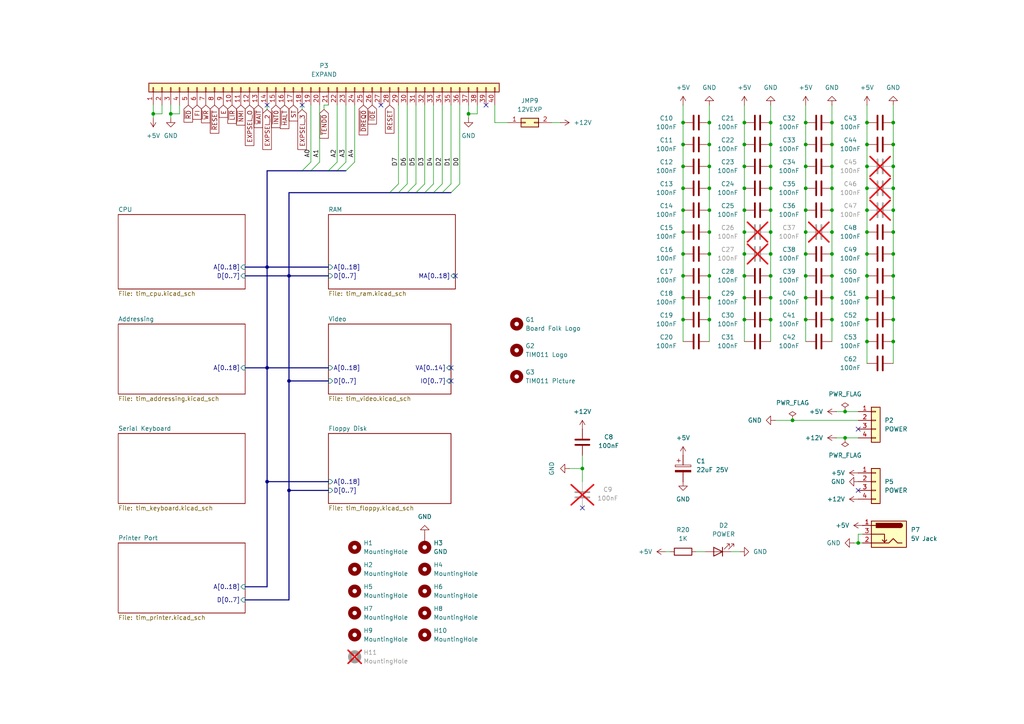
<source format=kicad_sch>
(kicad_sch (version 20231120) (generator "eeschema") (generator_version "8.0")
  (paper "A4")
  (lib_symbols
    (symbol "Connector:Barrel_Jack_Switch" (pin_names hide)
      (property "Reference" "J" (at 0 5.334 0))
      (property "Value" "Barrel_Jack_Switch" (at 0 -5.08 0))
      (symbol "Barrel_Jack_Switch_1_1"
        (pin passive line (at 7.62 2.54 180) (length 2.54) (name "~") (number "1"))
        (pin passive line (at 7.62 -2.54 180) (length 2.54) (name "~") (number "2"))
        (pin passive line (at 7.62 0 180) (length 2.54) (name "~") (number "3"))
      )
    )
    (symbol "Connector_Generic:Conn_01x04" (pin_names (offset 1.016) hide)
      (property "Reference" "J" (at 0 5.08 0))
      (property "Value" "Conn_01x04" (at 0 -7.62 0))
      (symbol "Conn_01x04_1_1"
        (pin passive line (at -5.08 2.54 0) (length 3.81) (name "Pin_1") (number "1"))
        (pin passive line (at -5.08 0 0) (length 3.81) (name "Pin_2") (number "2"))
        (pin passive line (at -5.08 -2.54 0) (length 3.81) (name "Pin_3") (number "3"))
        (pin passive line (at -5.08 -5.08 0) (length 3.81) (name "Pin_4") (number "4"))
      )
    )
    (symbol "Connector_Generic:Conn_01x40" (pin_names (offset 1.016) hide)
      (property "Reference" "J" (at 0 50.8 0))
      (property "Value" "Conn_01x40" (at 0 -53.34 0))
      (symbol "Conn_01x40_1_1"
        (pin passive line (at -5.08 48.26 0) (length 3.81) (name "Pin_1") (number "1"))
        (pin passive line (at -5.08 25.4 0) (length 3.81) (name "Pin_10") (number "10"))
        (pin passive line (at -5.08 22.86 0) (length 3.81) (name "Pin_11") (number "11"))
        (pin passive line (at -5.08 20.32 0) (length 3.81) (name "Pin_12") (number "12"))
        (pin passive line (at -5.08 17.78 0) (length 3.81) (name "Pin_13") (number "13"))
        (pin passive line (at -5.08 15.24 0) (length 3.81) (name "Pin_14") (number "14"))
        (pin passive line (at -5.08 12.7 0) (length 3.81) (name "Pin_15") (number "15"))
        (pin passive line (at -5.08 10.16 0) (length 3.81) (name "Pin_16") (number "16"))
        (pin passive line (at -5.08 7.62 0) (length 3.81) (name "Pin_17") (number "17"))
        (pin passive line (at -5.08 5.08 0) (length 3.81) (name "Pin_18") (number "18"))
        (pin passive line (at -5.08 2.54 0) (length 3.81) (name "Pin_19") (number "19"))
        (pin passive line (at -5.08 45.72 0) (length 3.81) (name "Pin_2") (number "2"))
        (pin passive line (at -5.08 0 0) (length 3.81) (name "Pin_20") (number "20"))
        (pin passive line (at -5.08 -2.54 0) (length 3.81) (name "Pin_21") (number "21"))
        (pin passive line (at -5.08 -5.08 0) (length 3.81) (name "Pin_22") (number "22"))
        (pin passive line (at -5.08 -7.62 0) (length 3.81) (name "Pin_23") (number "23"))
        (pin passive line (at -5.08 -10.16 0) (length 3.81) (name "Pin_24") (number "24"))
        (pin passive line (at -5.08 -12.7 0) (length 3.81) (name "Pin_25") (number "25"))
        (pin passive line (at -5.08 -15.24 0) (length 3.81) (name "Pin_26") (number "26"))
        (pin passive line (at -5.08 -17.78 0) (length 3.81) (name "Pin_27") (number "27"))
        (pin passive line (at -5.08 -20.32 0) (length 3.81) (name "Pin_28") (number "28"))
        (pin passive line (at -5.08 -22.86 0) (length 3.81) (name "Pin_29") (number "29"))
        (pin passive line (at -5.08 43.18 0) (length 3.81) (name "Pin_3") (number "3"))
        (pin passive line (at -5.08 -25.4 0) (length 3.81) (name "Pin_30") (number "30"))
        (pin passive line (at -5.08 -27.94 0) (length 3.81) (name "Pin_31") (number "31"))
        (pin passive line (at -5.08 -30.48 0) (length 3.81) (name "Pin_32") (number "32"))
        (pin passive line (at -5.08 -33.02 0) (length 3.81) (name "Pin_33") (number "33"))
        (pin passive line (at -5.08 -35.56 0) (length 3.81) (name "Pin_34") (number "34"))
        (pin passive line (at -5.08 -38.1 0) (length 3.81) (name "Pin_35") (number "35"))
        (pin passive line (at -5.08 -40.64 0) (length 3.81) (name "Pin_36") (number "36"))
        (pin passive line (at -5.08 -43.18 0) (length 3.81) (name "Pin_37") (number "37"))
        (pin passive line (at -5.08 -45.72 0) (length 3.81) (name "Pin_38") (number "38"))
        (pin passive line (at -5.08 -48.26 0) (length 3.81) (name "Pin_39") (number "39"))
        (pin passive line (at -5.08 40.64 0) (length 3.81) (name "Pin_4") (number "4"))
        (pin passive line (at -5.08 -50.8 0) (length 3.81) (name "Pin_40") (number "40"))
        (pin passive line (at -5.08 38.1 0) (length 3.81) (name "Pin_5") (number "5"))
        (pin passive line (at -5.08 35.56 0) (length 3.81) (name "Pin_6") (number "6"))
        (pin passive line (at -5.08 33.02 0) (length 3.81) (name "Pin_7") (number "7"))
        (pin passive line (at -5.08 30.48 0) (length 3.81) (name "Pin_8") (number "8"))
        (pin passive line (at -5.08 27.94 0) (length 3.81) (name "Pin_9") (number "9"))
      )
    )
    (symbol "Connector_Generic:Conn_02x01" (pin_names (offset 1.016) hide)
      (property "Reference" "J" (at 1.27 2.54 0))
      (property "Value" "Conn_02x01" (at 1.27 -2.54 0))
      (symbol "Conn_02x01_1_1"
        (pin passive line (at -5.08 0 0) (length 3.81) (name "Pin_1") (number "1"))
        (pin passive line (at 7.62 0 180) (length 3.81) (name "Pin_2") (number "2"))
      )
    )
    (symbol "Device:C" (pin_numbers hide) (pin_names (offset 0.254))
      (property "Reference" "C" (at 0.635 2.54 0))
      (property "Value" "C" (at 0.635 -2.54 0))
      (symbol "C_1_1"
        (pin passive line (at 0 3.81 270) (length 2.794) (name "~") (number "1"))
        (pin passive line (at 0 -3.81 90) (length 2.794) (name "~") (number "2"))
      )
    )
    (symbol "Device:C_Polarized" (pin_numbers hide) (pin_names (offset 0.254))
      (property "Reference" "C" (at 0.635 2.54 0))
      (property "Value" "C_Polarized" (at 0.635 -2.54 0))
      (symbol "C_Polarized_1_1"
        (pin passive line (at 0 3.81 270) (length 2.794) (name "~") (number "1"))
        (pin passive line (at 0 -3.81 90) (length 2.794) (name "~") (number "2"))
      )
    )
    (symbol "Device:LED" (pin_numbers hide) (pin_names (offset 1.016) hide)
      (property "Reference" "D" (at 0 2.54 0))
      (property "Value" "LED" (at 0 -2.54 0))
      (symbol "LED_1_1"
        (pin passive line (at -3.81 0 0) (length 2.54) (name "K") (number "1"))
        (pin passive line (at 3.81 0 180) (length 2.54) (name "A") (number "2"))
      )
    )
    (symbol "Device:R" (pin_numbers hide) (pin_names (offset 0))
      (property "Reference" "R" (at 2.032 0 90))
      (property "Value" "R" (at 0 0 90))
      (symbol "R_1_1"
        (pin passive line (at 0 3.81 270) (length 1.27) (name "~") (number "1"))
        (pin passive line (at 0 -3.81 90) (length 1.27) (name "~") (number "2"))
      )
    )
    (symbol "Mechanical:MountingHole" (pin_names (offset 1.016)) (exclude_from_sim yes) (in_bom no)
      (property "Reference" "H" (at 0 5.08 0))
      (property "Value" "MountingHole" (at 0 3.175 0))
    )
    (symbol "Mechanical:MountingHole_Pad" (pin_numbers hide) (pin_names (offset 1.016) hide) (exclude_from_sim yes) (in_bom no)
      (property "Reference" "H" (at 0 6.35 0))
      (property "Value" "MountingHole_Pad" (at 0 4.445 0))
      (symbol "MountingHole_Pad_1_1"
        (pin input line (at 0 -2.54 90) (length 2.54) (name "1") (number "1"))
      )
    )
    (symbol "power:+12V" (power) (pin_numbers hide) (pin_names (offset 0) hide)
      (property "Value" "+12V" (at 0 3.556 0))
      (symbol "+12V_1_1"
        (pin power_in line (at 0 0 90) (length 0) (name "~") (number "1"))
      )
    )
    (symbol "power:+5V" (power) (pin_numbers hide) (pin_names (offset 0) hide)
      (property "Value" "+5V" (at 0 3.556 0))
      (symbol "+5V_1_1"
        (pin power_in line (at 0 0 90) (length 0) (name "~") (number "1"))
      )
    )
    (symbol "power:GND" (power) (pin_numbers hide) (pin_names (offset 0) hide)
      (property "Value" "GND" (at 0 -3.81 0))
      (symbol "GND_1_1"
        (pin power_in line (at 0 0 270) (length 0) (name "~") (number "1"))
      )
    )
    (symbol "power:PWR_FLAG" (power) (pin_numbers hide) (pin_names (offset 0) hide)
      (property "Value" "PWR_FLAG" (at 0 3.81 0))
      (symbol "PWR_FLAG_0_0"
        (pin power_out line (at 0 0 90) (length 0) (name "~") (number "1"))
      )
    )
  )
  (junction (at 233.68 80.01))
  (junction (at 229.87 121.92))
  (junction (at 205.74 67.31))
  (junction (at 259.08 86.36))
  (junction (at 259.08 99.06))
  (junction (at 251.46 86.36))
  (junction (at 198.12 80.01))
  (junction (at 233.68 35.56))
  (junction (at 83.82 110.49))
  (junction (at 198.12 73.66))
  (junction (at 241.3 73.66))
  (junction (at 241.3 67.31))
  (junction (at 251.46 60.96))
  (junction (at 241.3 48.26))
  (junction (at 233.68 73.66))
  (junction (at 233.68 86.36))
  (junction (at 251.46 67.31))
  (junction (at 215.9 41.91))
  (junction (at 259.08 60.96))
  (junction (at 223.52 80.01))
  (junction (at 251.46 80.01))
  (junction (at 205.74 41.91))
  (junction (at 251.46 54.61))
  (junction (at 223.52 86.36))
  (junction (at 248.92 157.48))
  (junction (at 205.74 35.56))
  (junction (at 135.89 33.02))
  (junction (at 83.82 142.24))
  (junction (at 259.08 67.31))
  (junction (at 49.53 33.02))
  (junction (at 215.9 48.26))
  (junction (at 245.11 127))
  (junction (at 259.08 92.71))
  (junction (at 215.9 67.31))
  (junction (at 205.74 86.36))
  (junction (at 198.12 60.96))
  (junction (at 259.08 80.01))
  (junction (at 198.12 67.31))
  (junction (at 223.52 35.56))
  (junction (at 223.52 67.31))
  (junction (at 251.46 41.91))
  (junction (at 241.3 92.71))
  (junction (at 215.9 92.71))
  (junction (at 44.45 33.02))
  (junction (at 241.3 60.96))
  (junction (at 233.68 92.71))
  (junction (at 233.68 54.61))
  (junction (at 233.68 60.96))
  (junction (at 205.74 73.66))
  (junction (at 215.9 73.66))
  (junction (at 251.46 92.71))
  (junction (at 215.9 80.01))
  (junction (at 215.9 86.36))
  (junction (at 168.91 135.89))
  (junction (at 198.12 35.56))
  (junction (at 205.74 48.26))
  (junction (at 259.08 54.61))
  (junction (at 223.52 41.91))
  (junction (at 245.11 119.38))
  (junction (at 259.08 73.66))
  (junction (at 215.9 54.61))
  (junction (at 233.68 48.26))
  (junction (at 251.46 48.26))
  (junction (at 233.68 41.91))
  (junction (at 223.52 92.71))
  (junction (at 198.12 54.61))
  (junction (at 205.74 92.71))
  (junction (at 241.3 54.61))
  (junction (at 205.74 54.61))
  (junction (at 215.9 35.56))
  (junction (at 198.12 92.71))
  (junction (at 205.74 80.01))
  (junction (at 223.52 54.61))
  (junction (at 241.3 35.56))
  (junction (at 77.47 106.68))
  (junction (at 223.52 48.26))
  (junction (at 198.12 48.26))
  (junction (at 259.08 35.56))
  (junction (at 77.47 77.47))
  (junction (at 241.3 86.36))
  (junction (at 251.46 35.56))
  (junction (at 77.47 139.7))
  (junction (at 251.46 73.66))
  (junction (at 198.12 41.91))
  (junction (at 215.9 60.96))
  (junction (at 223.52 60.96))
  (junction (at 83.82 80.01))
  (junction (at 259.08 41.91))
  (junction (at 251.46 99.06))
  (junction (at 241.3 41.91))
  (junction (at 223.52 73.66))
  (junction (at 198.12 86.36))
  (junction (at 241.3 80.01))
  (junction (at 205.74 60.96))
  (junction (at 259.08 48.26))
  (junction (at 233.68 67.31))
  (no_connect (at 110.49 30.48))
  (no_connect (at 140.97 30.48))
  (no_connect (at 132.08 80.01))
  (no_connect (at 248.92 124.46))
  (no_connect (at 168.91 147.32))
  (no_connect (at 130.81 110.49))
  (no_connect (at 77.47 30.48))
  (no_connect (at 248.92 142.24))
  (no_connect (at 130.81 106.68))
  (no_connect (at 87.63 30.48))
  (bus_entry (at 87.63 49.53) (size 2.54 -2.54))
  (bus_entry (at 90.17 49.53) (size 2.54 -2.54))
  (bus_entry (at 120.65 55.88) (size 2.54 -2.54))
  (bus_entry (at 97.79 49.53) (size 2.54 -2.54))
  (bus_entry (at 128.27 55.88) (size 2.54 -2.54))
  (bus_entry (at 125.73 55.88) (size 2.54 -2.54))
  (bus_entry (at 100.33 49.53) (size 2.54 -2.54))
  (bus_entry (at 118.11 55.88) (size 2.54 -2.54))
  (bus_entry (at 113.03 55.88) (size 2.54 -2.54))
  (bus_entry (at 130.81 55.88) (size 2.54 -2.54))
  (bus_entry (at 123.19 55.88) (size 2.54 -2.54))
  (bus_entry (at 115.57 55.88) (size 2.54 -2.54))
  (bus_entry (at 95.25 49.53) (size 2.54 -2.54))
  (wire (pts (xy 233.68 80.01) (xy 233.68 86.36)))
  (wire (pts (xy 198.12 67.31) (xy 198.12 73.66)))
  (wire (pts (xy 205.74 92.71) (xy 205.74 99.06)))
  (bus (pts (xy 77.47 49.53) (xy 87.63 49.53)))
  (bus (pts (xy 128.27 55.88) (xy 130.81 55.88)))
  (wire (pts (xy 205.74 41.91) (xy 205.74 48.26)))
  (wire (pts (xy 205.74 67.31) (xy 205.74 73.66)))
  (wire (pts (xy 251.46 30.48) (xy 251.46 35.56)))
  (wire (pts (xy 77.47 31.75) (xy 77.47 30.48)))
  (wire (pts (xy 205.74 86.36) (xy 205.74 92.71)))
  (wire (pts (xy 245.11 127) (xy 248.92 127)))
  (wire (pts (xy 198.12 73.66) (xy 198.12 80.01)))
  (bus (pts (xy 118.11 55.88) (xy 120.65 55.88)))
  (wire (pts (xy 242.57 127) (xy 245.11 127)))
  (bus (pts (xy 95.25 49.53) (xy 97.79 49.53)))
  (wire (pts (xy 135.89 34.29) (xy 135.89 33.02)))
  (wire (pts (xy 251.46 92.71) (xy 251.46 99.06)))
  (bus (pts (xy 77.47 170.18) (xy 71.12 170.18)))
  (wire (pts (xy 259.08 92.71) (xy 259.08 99.06)))
  (wire (pts (xy 138.43 33.02) (xy 138.43 30.48)))
  (wire (pts (xy 198.12 80.01) (xy 198.12 86.36)))
  (wire (pts (xy 205.74 73.66) (xy 205.74 80.01)))
  (wire (pts (xy 135.89 33.02) (xy 135.89 30.48)))
  (bus (pts (xy 71.12 77.47) (xy 77.47 77.47)))
  (bus (pts (xy 95.25 139.7) (xy 77.47 139.7)))
  (wire (pts (xy 102.87 30.48) (xy 102.87 46.99)))
  (wire (pts (xy 214.63 160.02) (xy 212.09 160.02)))
  (wire (pts (xy 233.68 41.91) (xy 233.68 48.26)))
  (wire (pts (xy 198.12 35.56) (xy 198.12 41.91)))
  (wire (pts (xy 143.51 30.48) (xy 143.51 35.56)))
  (wire (pts (xy 233.68 86.36) (xy 233.68 92.71)))
  (wire (pts (xy 215.9 30.48) (xy 215.9 35.56)))
  (wire (pts (xy 215.9 80.01) (xy 215.9 86.36)))
  (bus (pts (xy 90.17 49.53) (xy 95.25 49.53)))
  (wire (pts (xy 215.9 86.36) (xy 215.9 92.71)))
  (wire (pts (xy 215.9 67.31) (xy 215.9 73.66)))
  (wire (pts (xy 223.52 30.48) (xy 223.52 35.56)))
  (wire (pts (xy 168.91 135.89) (xy 168.91 132.08)))
  (wire (pts (xy 251.46 48.26) (xy 251.46 54.61)))
  (wire (pts (xy 241.3 92.71) (xy 241.3 99.06)))
  (wire (pts (xy 143.51 35.56) (xy 147.32 35.56)))
  (wire (pts (xy 215.9 35.56) (xy 215.9 41.91)))
  (wire (pts (xy 233.68 48.26) (xy 233.68 54.61)))
  (wire (pts (xy 251.46 67.31) (xy 251.46 73.66)))
  (wire (pts (xy 49.53 34.29) (xy 49.53 33.02)))
  (wire (pts (xy 198.12 60.96) (xy 198.12 67.31)))
  (wire (pts (xy 115.57 30.48) (xy 115.57 53.34)))
  (wire (pts (xy 251.46 41.91) (xy 251.46 48.26)))
  (wire (pts (xy 87.63 31.75) (xy 87.63 30.48)))
  (wire (pts (xy 248.92 157.48) (xy 250.19 157.48)))
  (bus (pts (xy 83.82 80.01) (xy 95.25 80.01)))
  (wire (pts (xy 251.46 73.66) (xy 251.46 80.01)))
  (wire (pts (xy 250.19 154.94) (xy 248.92 154.94)))
  (wire (pts (xy 241.3 73.66) (xy 241.3 80.01)))
  (wire (pts (xy 259.08 30.48) (xy 259.08 35.56)))
  (wire (pts (xy 93.98 31.75) (xy 93.98 30.48)))
  (wire (pts (xy 92.71 30.48) (xy 92.71 46.99)))
  (wire (pts (xy 241.3 54.61) (xy 241.3 60.96)))
  (wire (pts (xy 160.02 35.56) (xy 162.56 35.56)))
  (bus (pts (xy 83.82 80.01) (xy 83.82 110.49)))
  (wire (pts (xy 198.12 48.26) (xy 198.12 54.61)))
  (wire (pts (xy 205.74 48.26) (xy 205.74 54.61)))
  (wire (pts (xy 205.74 80.01) (xy 205.74 86.36)))
  (bus (pts (xy 87.63 49.53) (xy 90.17 49.53)))
  (wire (pts (xy 193.04 160.02) (xy 194.31 160.02)))
  (wire (pts (xy 133.35 30.48) (xy 133.35 53.34)))
  (wire (pts (xy 233.68 60.96) (xy 233.68 67.31)))
  (wire (pts (xy 198.12 86.36) (xy 198.12 92.71)))
  (wire (pts (xy 241.3 48.26) (xy 241.3 54.61)))
  (wire (pts (xy 233.68 73.66) (xy 233.68 80.01)))
  (wire (pts (xy 233.68 67.31) (xy 233.68 73.66)))
  (wire (pts (xy 100.33 30.48) (xy 100.33 46.99)))
  (wire (pts (xy 229.87 121.92) (xy 248.92 121.92)))
  (wire (pts (xy 241.3 30.48) (xy 241.3 35.56)))
  (wire (pts (xy 223.52 80.01) (xy 223.52 86.36)))
  (wire (pts (xy 118.11 30.48) (xy 118.11 53.34)))
  (wire (pts (xy 46.99 33.02) (xy 46.99 30.48)))
  (bus (pts (xy 77.47 106.68) (xy 71.12 106.68)))
  (wire (pts (xy 259.08 86.36) (xy 259.08 92.71)))
  (wire (pts (xy 241.3 67.31) (xy 241.3 73.66)))
  (wire (pts (xy 251.46 54.61) (xy 251.46 60.96)))
  (wire (pts (xy 241.3 35.56) (xy 241.3 41.91)))
  (wire (pts (xy 223.52 73.66) (xy 223.52 80.01)))
  (bus (pts (xy 123.19 55.88) (xy 125.73 55.88)))
  (wire (pts (xy 93.98 30.48) (xy 95.25 30.48)))
  (wire (pts (xy 205.74 60.96) (xy 205.74 67.31)))
  (bus (pts (xy 83.82 110.49) (xy 95.25 110.49)))
  (wire (pts (xy 128.27 30.48) (xy 128.27 53.34)))
  (wire (pts (xy 245.11 119.38) (xy 248.92 119.38)))
  (wire (pts (xy 205.74 35.56) (xy 205.74 41.91)))
  (wire (pts (xy 241.3 86.36) (xy 241.3 92.71)))
  (bus (pts (xy 83.82 142.24) (xy 83.82 173.99)))
  (wire (pts (xy 44.45 33.02) (xy 46.99 33.02)))
  (bus (pts (xy 83.82 55.88) (xy 113.03 55.88)))
  (wire (pts (xy 135.89 33.02) (xy 138.43 33.02)))
  (wire (pts (xy 44.45 34.29) (xy 44.45 33.02)))
  (wire (pts (xy 223.52 54.61) (xy 223.52 60.96)))
  (wire (pts (xy 198.12 92.71) (xy 198.12 99.06)))
  (wire (pts (xy 259.08 99.06) (xy 259.08 105.41)))
  (wire (pts (xy 198.12 30.48) (xy 198.12 35.56)))
  (wire (pts (xy 198.12 41.91) (xy 198.12 48.26)))
  (wire (pts (xy 130.81 30.48) (xy 130.81 53.34)))
  (wire (pts (xy 49.53 33.02) (xy 52.07 33.02)))
  (wire (pts (xy 241.3 41.91) (xy 241.3 48.26)))
  (wire (pts (xy 233.68 35.56) (xy 233.68 41.91)))
  (wire (pts (xy 223.52 35.56) (xy 223.52 41.91)))
  (wire (pts (xy 125.73 30.48) (xy 125.73 53.34)))
  (wire (pts (xy 251.46 80.01) (xy 251.46 86.36)))
  (wire (pts (xy 259.08 60.96) (xy 259.08 67.31)))
  (wire (pts (xy 165.1 135.89) (xy 168.91 135.89)))
  (bus (pts (xy 83.82 80.01) (xy 83.82 55.88)))
  (wire (pts (xy 233.68 92.71) (xy 233.68 99.06)))
  (wire (pts (xy 259.08 48.26) (xy 259.08 54.61)))
  (bus (pts (xy 77.47 77.47) (xy 95.25 77.47)))
  (wire (pts (xy 49.53 33.02) (xy 49.53 30.48)))
  (bus (pts (xy 113.03 55.88) (xy 115.57 55.88)))
  (wire (pts (xy 198.12 54.61) (xy 198.12 60.96)))
  (wire (pts (xy 205.74 54.61) (xy 205.74 60.96)))
  (bus (pts (xy 83.82 173.99) (xy 71.12 173.99)))
  (bus (pts (xy 120.65 55.88) (xy 123.19 55.88)))
  (wire (pts (xy 90.17 30.48) (xy 90.17 46.99)))
  (wire (pts (xy 215.9 41.91) (xy 215.9 48.26)))
  (bus (pts (xy 97.79 49.53) (xy 100.33 49.53)))
  (bus (pts (xy 77.47 77.47) (xy 77.47 49.53)))
  (wire (pts (xy 204.47 160.02) (xy 201.93 160.02)))
  (wire (pts (xy 259.08 80.01) (xy 259.08 86.36)))
  (bus (pts (xy 115.57 55.88) (xy 118.11 55.88)))
  (wire (pts (xy 223.52 92.71) (xy 223.52 99.06)))
  (wire (pts (xy 215.9 73.66) (xy 215.9 80.01)))
  (wire (pts (xy 259.08 73.66) (xy 259.08 80.01)))
  (wire (pts (xy 97.79 30.48) (xy 97.79 46.99)))
  (wire (pts (xy 205.74 30.48) (xy 205.74 35.56)))
  (wire (pts (xy 251.46 35.56) (xy 251.46 41.91)))
  (wire (pts (xy 44.45 33.02) (xy 44.45 30.48)))
  (wire (pts (xy 52.07 33.02) (xy 52.07 30.48)))
  (bus (pts (xy 71.12 80.01) (xy 83.82 80.01)))
  (bus (pts (xy 77.47 139.7) (xy 77.47 170.18)))
  (wire (pts (xy 259.08 54.61) (xy 259.08 60.96)))
  (wire (pts (xy 223.52 60.96) (xy 223.52 67.31)))
  (bus (pts (xy 125.73 55.88) (xy 128.27 55.88)))
  (bus (pts (xy 95.25 106.68) (xy 77.47 106.68)))
  (wire (pts (xy 259.08 41.91) (xy 259.08 48.26)))
  (wire (pts (xy 233.68 30.48) (xy 233.68 35.56)))
  (bus (pts (xy 77.47 77.47) (xy 77.47 106.68)))
  (wire (pts (xy 223.52 67.31) (xy 223.52 73.66)))
  (bus (pts (xy 83.82 142.24) (xy 95.25 142.24)))
  (wire (pts (xy 123.19 30.48) (xy 123.19 53.34)))
  (bus (pts (xy 83.82 110.49) (xy 83.82 142.24)))
  (wire (pts (xy 251.46 60.96) (xy 251.46 67.31)))
  (wire (pts (xy 215.9 60.96) (xy 215.9 67.31)))
  (bus (pts (xy 77.47 139.7) (xy 77.47 106.68)))
  (wire (pts (xy 259.08 67.31) (xy 259.08 73.66)))
  (wire (pts (xy 242.57 119.38) (xy 245.11 119.38)))
  (wire (pts (xy 215.9 48.26) (xy 215.9 54.61)))
  (wire (pts (xy 215.9 92.71) (xy 215.9 99.06)))
  (wire (pts (xy 259.08 35.56) (xy 259.08 41.91)))
  (wire (pts (xy 223.52 48.26) (xy 223.52 54.61)))
  (wire (pts (xy 241.3 80.01) (xy 241.3 86.36)))
  (wire (pts (xy 251.46 86.36) (xy 251.46 92.71)))
  (wire (pts (xy 241.3 60.96) (xy 241.3 67.31)))
  (wire (pts (xy 224.79 121.92) (xy 229.87 121.92)))
  (wire (pts (xy 215.9 54.61) (xy 215.9 60.96)))
  (wire (pts (xy 223.52 86.36) (xy 223.52 92.71)))
  (wire (pts (xy 251.46 99.06) (xy 251.46 105.41)))
  (wire (pts (xy 233.68 54.61) (xy 233.68 60.96)))
  (wire (pts (xy 168.91 135.89) (xy 168.91 139.7)))
  (wire (pts (xy 120.65 30.48) (xy 120.65 53.34)))
  (wire (pts (xy 247.65 157.48) (xy 248.92 157.48)))
  (wire (pts (xy 223.52 41.91) (xy 223.52 48.26)))
  (wire (pts (xy 248.92 154.94) (xy 248.92 157.48)))
  (label "D2" (at 128.27 48.26 90))
  (label "D0" (at 133.35 48.26 90))
  (label "A0" (at 90.17 45.72 90))
  (label "D6" (at 118.11 48.26 90))
  (label "D4" (at 125.73 48.26 90))
  (label "D1" (at 130.81 48.26 90))
  (label "D7" (at 115.57 48.26 90))
  (label "D5" (at 120.65 48.26 90))
  (label "A1" (at 92.71 45.72 90))
  (label "A2" (at 97.79 45.72 90))
  (label "D3" (at 123.19 48.26 90))
  (label "A3" (at 100.33 45.72 90))
  (label "A4" (at 102.87 45.72 90))
  (global_label "RESET" (shape input) (at 113.03 30.48 270) (property "Intersheetrefs" "${INTERSHEET_REFS}" (effects (hide yes))))
  (global_label "~{WR}" (shape input) (at 59.69 30.48 270) (property "Intersheetrefs" "${INTERSHEET_REFS}" (effects (hide yes))))
  (global_label "EXPSEL_3" (shape input) (at 87.63 31.75 270) (property "Intersheetrefs" "${INTERSHEET_REFS}" (effects (hide yes))))
  (global_label "~{IOE}" (shape input) (at 107.95 30.48 270) (property "Intersheetrefs" "${INTERSHEET_REFS}" (effects (hide yes))))
  (global_label "~{DREQ0}" (shape input) (at 105.41 30.48 270) (property "Intersheetrefs" "${INTERSHEET_REFS}" (effects (hide yes))))
  (global_label "ST" (shape input) (at 85.09 30.48 270) (property "Intersheetrefs" "${INTERSHEET_REFS}" (effects (hide yes))))
  (global_label "FI" (shape input) (at 57.15 30.48 270) (property "Intersheetrefs" "${INTERSHEET_REFS}" (effects (hide yes))))
  (global_label "EXPSEL_O" (shape input) (at 72.39 30.48 270) (property "Intersheetrefs" "${INTERSHEET_REFS}" (effects (hide yes))))
  (global_label "~{WAIT}" (shape input) (at 74.93 30.48 270) (property "Intersheetrefs" "${INTERSHEET_REFS}" (effects (hide yes))))
  (global_label "EXPSEL_2" (shape input) (at 77.47 31.75 270) (property "Intersheetrefs" "${INTERSHEET_REFS}" (effects (hide yes))))
  (global_label "~{INT0}" (shape input) (at 80.01 30.48 270) (property "Intersheetrefs" "${INTERSHEET_REFS}" (effects (hide yes))))
  (global_label "~{TEND0}" (shape input) (at 93.98 31.75 270) (property "Intersheetrefs" "${INTERSHEET_REFS}" (effects (hide yes))))
  (global_label "~{LIR}" (shape input) (at 67.31 30.48 270) (property "Intersheetrefs" "${INTERSHEET_REFS}" (effects (hide yes))))
  (global_label "~{NMI}" (shape input) (at 69.85 30.48 270) (property "Intersheetrefs" "${INTERSHEET_REFS}" (effects (hide yes))))
  (global_label "~{RD}" (shape input) (at 54.61 30.48 270) (property "Intersheetrefs" "${INTERSHEET_REFS}" (effects (hide yes))))
  (global_label "~{RESET}" (shape input) (at 62.23 30.48 270) (property "Intersheetrefs" "${INTERSHEET_REFS}" (effects (hide yes))))
  (global_label "E" (shape input) (at 64.77 30.48 270) (property "Intersheetrefs" "${INTERSHEET_REFS}" (effects (hide yes))))
  (global_label "~{HALT}" (shape input) (at 82.55 30.48 270) (property "Intersheetrefs" "${INTERSHEET_REFS}" (effects (hide yes))))
  (symbol (lib_id "power:+5V") (at 198.12 132.08 0) (unit 1)
    (property "Reference" "#PWR0168" (effects (hide yes)))
    (property "Value" "+5V" (at 198.12 127 0))
    (property "Description" "Power symbol creates a global label with name \"+5V\"" (effects (hide yes)))
  )
  (symbol (lib_id "power:GND") (at 165.1 135.89 270) (unit 1)
    (property "Reference" "#PWR0171" (effects (hide yes)))
    (property "Value" "GND" (at 160.02 135.89 0))
    (property "Description" "Power symbol creates a global label with name \"GND\" , ground" (effects (hide yes)))
  )
  (symbol (lib_id "Device:C") (at 255.27 48.26 90) (unit 1) (exclude_from_sim yes) (in_bom no) (on_board no) (dnp yes)
    (property "Reference" "C45" (at 246.634 46.99 90))
    (property "Value" "100nF" (at 246.634 49.53 90))
    (property "Footprint" "011TIM:Ceramic Cap 5.08mm" (effects (hide yes)))
    (property "Description" "Unpolarized capacitor" (effects (hide yes)))
  )
  (symbol (lib_id "Device:C") (at 237.49 80.01 90) (unit 1)
    (property "Reference" "C39" (at 228.854 78.74 90))
    (property "Value" "100nF" (at 228.854 81.28 90))
    (property "Footprint" "011TIM:Ceramic Cap 5.08mm" (effects (hide yes)))
    (property "Description" "Unpolarized capacitor" (effects (hide yes)))
  )
  (symbol (lib_id "Mechanical:MountingHole") (at 149.86 101.6 0) (unit 1) (exclude_from_sim yes) (in_bom no)
    (property "Reference" "G2" (at 152.4 100.3299 0) (effects (justify left)))
    (property "Value" "TIM011 Logo" (at 152.4 102.8699 0) (effects (justify left)))
    (property "Footprint" "011TIM:tim011logo" (effects (hide yes)))
    (property "Description" "Mounting Hole without connection" (effects (hide yes)))
  )
  (symbol (lib_id "Connector:Barrel_Jack_Switch") (at 257.81 154.94 0) (mirror y) (unit 1)
    (property "Reference" "P7" (at 264.16 153.6699 0) (effects (justify right)))
    (property "Value" "5V Jack" (at 264.16 156.2099 0) (effects (justify right)))
    (property "Footprint" "011TIM:TIM_BarrelJack_Horizontal" (effects (hide yes)))
    (property "Description" "DC Barrel Jack with an internal switch" (effects (hide yes)))
  )
  (symbol (lib_id "Device:C") (at 237.49 60.96 90) (unit 1)
    (property "Reference" "C36" (at 228.854 59.69 90))
    (property "Value" "100nF" (at 228.854 62.23 90))
    (property "Footprint" "011TIM:Ceramic Cap 5.08mm" (effects (hide yes)))
    (property "Description" "Unpolarized capacitor" (effects (hide yes)))
  )
  (symbol (lib_id "power:+5V") (at 248.92 137.16 90) (unit 1)
    (property "Reference" "#PWR0180" (effects (hide yes)))
    (property "Value" "+5V" (at 245.11 137.1599 90) (effects (justify left)))
    (property "Description" "Power symbol creates a global label with name \"+5V\"" (effects (hide yes)))
  )
  (symbol (lib_id "Mechanical:MountingHole") (at 149.86 109.22 0) (unit 1) (exclude_from_sim yes) (in_bom no)
    (property "Reference" "G3" (at 152.4 107.9499 0) (effects (justify left)))
    (property "Value" "TIM011 Picture" (at 152.4 110.4899 0) (effects (justify left)))
    (property "Footprint" "011TIM:tim011_picture" (effects (hide yes)))
    (property "Description" "Mounting Hole without connection" (effects (hide yes)))
  )
  (symbol (lib_id "power:GND") (at 49.53 34.29 0) (unit 1)
    (property "Reference" "#PWR042" (effects (hide yes)))
    (property "Value" "GND" (at 49.53 39.37 0))
    (property "Description" "Power symbol creates a global label with name \"GND\" , ground" (effects (hide yes)))
  )
  (symbol (lib_id "power:+5V") (at 44.45 34.29 180) (unit 1)
    (property "Reference" "#PWR043" (effects (hide yes)))
    (property "Value" "+5V" (at 44.45 39.37 0))
    (property "Description" "Power symbol creates a global label with name \"+5V\"" (effects (hide yes)))
  )
  (symbol (lib_id "Device:C") (at 219.71 67.31 90) (unit 1) (exclude_from_sim yes) (in_bom no) (on_board no) (dnp yes)
    (property "Reference" "C26" (at 211.074 66.04 90))
    (property "Value" "100nF" (at 211.074 68.58 90))
    (property "Footprint" "011TIM:Ceramic Cap 5.08mm" (effects (hide yes)))
    (property "Description" "Unpolarized capacitor" (effects (hide yes)))
  )
  (symbol (lib_id "power:GND") (at 241.3 30.48 180) (unit 1)
    (property "Reference" "#PWR0165" (effects (hide yes)))
    (property "Value" "GND" (at 241.3 25.4 0))
    (property "Description" "Power symbol creates a global label with name \"GND\" , ground" (effects (hide yes)))
  )
  (symbol (lib_id "Device:C") (at 237.49 73.66 90) (unit 1)
    (property "Reference" "C38" (at 228.854 72.39 90))
    (property "Value" "100nF" (at 228.854 74.93 90))
    (property "Footprint" "011TIM:Ceramic Cap 5.08mm" (effects (hide yes)))
    (property "Description" "Unpolarized capacitor" (effects (hide yes)))
  )
  (symbol (lib_id "Device:C") (at 255.27 105.41 90) (unit 1)
    (property "Reference" "C62" (at 246.634 104.14 90))
    (property "Value" "100nF" (at 246.634 106.68 90))
    (property "Footprint" "011TIM:Ceramic Cap 5.08mm" (effects (hide yes)))
    (property "Description" "Unpolarized capacitor" (effects (hide yes)))
  )
  (symbol (lib_id "power:GND") (at 198.12 139.7 0) (unit 1)
    (property "Reference" "#PWR0169" (effects (hide yes)))
    (property "Value" "GND" (at 198.12 144.78 0))
    (property "Description" "Power symbol creates a global label with name \"GND\" , ground" (effects (hide yes)))
  )
  (symbol (lib_id "Device:C") (at 168.91 143.51 0) (unit 1) (exclude_from_sim yes) (in_bom no) (on_board no) (dnp yes)
    (property "Reference" "C9" (at 176.276 141.986 0))
    (property "Value" "100nF" (at 176.276 144.526 0))
    (property "Footprint" "011TIM:Ceramic Cap 5.08mm" (effects (hide yes)))
    (property "Description" "Unpolarized capacitor" (effects (hide yes)))
  )
  (symbol (lib_id "Device:C") (at 219.71 99.06 90) (unit 1)
    (property "Reference" "C31" (at 211.074 97.79 90))
    (property "Value" "100nF" (at 211.074 100.33 90))
    (property "Footprint" "011TIM:Ceramic Cap 5.08mm" (effects (hide yes)))
    (property "Description" "Unpolarized capacitor" (effects (hide yes)))
  )
  (symbol (lib_id "Device:C") (at 201.93 67.31 90) (unit 1)
    (property "Reference" "C15" (at 193.294 66.04 90))
    (property "Value" "100nF" (at 193.294 68.58 90))
    (property "Footprint" "011TIM:Ceramic Cap 5.08mm" (effects (hide yes)))
    (property "Description" "Unpolarized capacitor" (effects (hide yes)))
  )
  (symbol (lib_id "Device:C") (at 237.49 86.36 90) (unit 1)
    (property "Reference" "C40" (at 228.854 85.09 90))
    (property "Value" "100nF" (at 228.854 87.63 90))
    (property "Footprint" "011TIM:Ceramic Cap 5.08mm" (effects (hide yes)))
    (property "Description" "Unpolarized capacitor" (effects (hide yes)))
  )
  (symbol (lib_id "Connector_Generic:Conn_01x04") (at 254 139.7 0) (unit 1)
    (property "Reference" "P5" (at 256.54 139.6999 0) (effects (justify left)))
    (property "Value" "POWER" (at 256.54 142.2399 0) (effects (justify left)))
    (property "Footprint" "011TIM:3.96mm Header 4-Pin Edge" (effects (hide yes)))
    (property "Description" "Generic connector, single row, 01x04, script generated (kicad-library-utils/schlib/autogen/connector/)" (effects (hide yes)))
  )
  (symbol (lib_id "Mechanical:MountingHole") (at 102.87 158.75 0) (unit 1) (exclude_from_sim yes) (in_bom no)
    (property "Reference" "H1" (at 105.41 157.4799 0) (effects (justify left)))
    (property "Value" "MountingHole" (at 105.41 160.0199 0) (effects (justify left)))
    (property "Footprint" "011TIM:MountingHole_M2.5" (effects (hide yes)))
    (property "Description" "Mounting Hole without connection" (effects (hide yes)))
  )
  (symbol (lib_id "Device:C") (at 201.93 54.61 90) (unit 1)
    (property "Reference" "C13" (at 193.294 53.34 90))
    (property "Value" "100nF" (at 193.294 55.88 90))
    (property "Footprint" "011TIM:Ceramic Cap 5.08mm" (effects (hide yes)))
    (property "Description" "Unpolarized capacitor" (effects (hide yes)))
  )
  (symbol (lib_id "power:PWR_FLAG") (at 245.11 127 180) (unit 1)
    (property "Reference" "#FLG04" (effects (hide yes)))
    (property "Value" "PWR_FLAG" (at 245.11 132.08 0))
    (property "Description" "Special symbol for telling ERC where power comes from" (effects (hide yes)))
  )
  (symbol (lib_id "Connector_Generic:Conn_01x04") (at 254 121.92 0) (unit 1)
    (property "Reference" "P2" (at 256.54 121.9199 0) (effects (justify left)))
    (property "Value" "POWER" (at 256.54 124.4599 0) (effects (justify left)))
    (property "Footprint" "011TIM:P2" (effects (hide yes)))
    (property "Description" "Generic connector, single row, 01x04, script generated (kicad-library-utils/schlib/autogen/connector/)" (effects (hide yes)))
  )
  (symbol (lib_id "Device:C") (at 237.49 92.71 90) (unit 1)
    (property "Reference" "C41" (at 228.854 91.44 90))
    (property "Value" "100nF" (at 228.854 93.98 90))
    (property "Footprint" "011TIM:Ceramic Cap 5.08mm" (effects (hide yes)))
    (property "Description" "Unpolarized capacitor" (effects (hide yes)))
  )
  (symbol (lib_id "Device:C") (at 219.71 60.96 90) (unit 1)
    (property "Reference" "C25" (at 211.074 59.69 90))
    (property "Value" "100nF" (at 211.074 62.23 90))
    (property "Footprint" "011TIM:Ceramic Cap 5.08mm" (effects (hide yes)))
    (property "Description" "Unpolarized capacitor" (effects (hide yes)))
  )
  (symbol (lib_id "Connector_Generic:Conn_02x01") (at 152.4 35.56 0) (unit 1)
    (property "Reference" "JMP9" (at 153.67 29.21 0))
    (property "Value" "12VEXP" (at 153.67 31.75 0))
    (property "Footprint" "011TIM:PinHeader_1x02 2.54mm" (effects (hide yes)))
    (property "Description" "Generic connector, double row, 02x01, this symbol is compatible with counter-clockwise, top-bottom and odd-even numbering schemes., script generated (kicad-library-utils/schlib/autogen/connector/)" (effects (hide yes)))
  )
  (symbol (lib_id "Device:C") (at 219.71 48.26 90) (unit 1)
    (property "Reference" "C23" (at 211.074 46.99 90))
    (property "Value" "100nF" (at 211.074 49.53 90))
    (property "Footprint" "011TIM:Ceramic Cap 5.08mm" (effects (hide yes)))
    (property "Description" "Unpolarized capacitor" (effects (hide yes)))
  )
  (symbol (lib_id "Device:C") (at 255.27 99.06 90) (unit 1)
    (property "Reference" "C53" (at 246.634 97.79 90))
    (property "Value" "100nF" (at 246.634 100.33 90))
    (property "Footprint" "011TIM:Ceramic Cap 5.08mm" (effects (hide yes)))
    (property "Description" "Unpolarized capacitor" (effects (hide yes)))
  )
  (symbol (lib_id "power:+5V") (at 242.57 119.38 90) (unit 1)
    (property "Reference" "#PWR0174" (effects (hide yes)))
    (property "Value" "+5V" (at 238.76 119.3799 90) (effects (justify left)))
    (property "Description" "Power symbol creates a global label with name \"+5V\"" (effects (hide yes)))
  )
  (symbol (lib_id "Device:C") (at 255.27 60.96 90) (unit 1) (exclude_from_sim yes) (in_bom no) (on_board no) (dnp yes)
    (property "Reference" "C47" (at 246.634 59.69 90))
    (property "Value" "100nF" (at 246.634 62.23 90))
    (property "Footprint" "011TIM:Ceramic Cap 5.08mm" (effects (hide yes)))
    (property "Description" "Unpolarized capacitor" (effects (hide yes)))
  )
  (symbol (lib_id "power:+5V") (at 250.19 152.4 90) (unit 1)
    (property "Reference" "#PWR0176" (effects (hide yes)))
    (property "Value" "+5V" (at 246.38 152.3999 90) (effects (justify left)))
    (property "Description" "Power symbol creates a global label with name \"+5V\"" (effects (hide yes)))
  )
  (symbol (lib_id "power:+12V") (at 168.91 124.46 0) (unit 1)
    (property "Reference" "#PWR0170" (effects (hide yes)))
    (property "Value" "+12V" (at 168.91 119.38 0))
    (property "Description" "Power symbol creates a global label with name \"+12V\"" (effects (hide yes)))
  )
  (symbol (lib_id "Mechanical:MountingHole") (at 102.87 184.15 0) (unit 1) (exclude_from_sim yes) (in_bom no)
    (property "Reference" "H9" (at 105.41 182.8799 0) (effects (justify left)))
    (property "Value" "MountingHole" (at 105.41 185.4199 0) (effects (justify left)))
    (property "Footprint" "011TIM:MountingHole_M2.5" (effects (hide yes)))
    (property "Description" "Mounting Hole without connection" (effects (hide yes)))
  )
  (symbol (lib_id "Device:C") (at 237.49 67.31 90) (unit 1) (exclude_from_sim yes) (in_bom no) (on_board no) (dnp yes)
    (property "Reference" "C37" (at 228.854 66.04 90))
    (property "Value" "100nF" (at 228.854 68.58 90))
    (property "Footprint" "011TIM:Ceramic Cap 5.08mm" (effects (hide yes)))
    (property "Description" "Unpolarized capacitor" (effects (hide yes)))
  )
  (symbol (lib_id "Device:C") (at 201.93 48.26 90) (unit 1)
    (property "Reference" "C12" (at 193.294 46.99 90))
    (property "Value" "100nF" (at 193.294 49.53 90))
    (property "Footprint" "011TIM:Ceramic Cap 5.08mm" (effects (hide yes)))
    (property "Description" "Unpolarized capacitor" (effects (hide yes)))
  )
  (symbol (lib_id "power:+12V") (at 242.57 127 90) (unit 1)
    (property "Reference" "#PWR0175" (effects (hide yes)))
    (property "Value" "+12V" (at 238.76 126.9999 90) (effects (justify left)))
    (property "Description" "Power symbol creates a global label with name \"+12V\"" (effects (hide yes)))
  )
  (symbol (lib_id "power:+5V") (at 251.46 30.48 0) (unit 1)
    (property "Reference" "#PWR0166" (effects (hide yes)))
    (property "Value" "+5V" (at 251.46 25.4 0))
    (property "Description" "Power symbol creates a global label with name \"+5V\"" (effects (hide yes)))
  )
  (symbol (lib_id "Device:C") (at 219.71 41.91 90) (unit 1)
    (property "Reference" "C22" (at 211.074 40.64 90))
    (property "Value" "100nF" (at 211.074 43.18 90))
    (property "Footprint" "011TIM:Ceramic Cap 5.08mm" (effects (hide yes)))
    (property "Description" "Unpolarized capacitor" (effects (hide yes)))
  )
  (symbol (lib_id "Device:LED") (at 208.28 160.02 180) (unit 1)
    (property "Reference" "D2" (at 209.8675 152.4 0))
    (property "Value" "POWER" (at 209.8675 154.94 0))
    (property "Footprint" "LED_THT:LED_D3.0mm" (effects (hide yes)))
    (property "Description" "Light emitting diode" (effects (hide yes)))
  )
  (symbol (lib_id "Device:C") (at 168.91 128.27 0) (unit 1)
    (property "Reference" "C8" (at 176.53 126.746 0))
    (property "Value" "100nF" (at 176.53 129.286 0))
    (property "Footprint" "011TIM:Ceramic Cap 5.08mm" (effects (hide yes)))
    (property "Description" "Unpolarized capacitor" (effects (hide yes)))
  )
  (symbol (lib_id "Device:C") (at 219.71 86.36 90) (unit 1)
    (property "Reference" "C29" (at 211.074 85.09 90))
    (property "Value" "100nF" (at 211.074 87.63 90))
    (property "Footprint" "011TIM:Ceramic Cap 5.08mm" (effects (hide yes)))
    (property "Description" "Unpolarized capacitor" (effects (hide yes)))
  )
  (symbol (lib_id "Device:C") (at 255.27 41.91 90) (unit 1)
    (property "Reference" "C44" (at 246.634 40.64 90))
    (property "Value" "100nF" (at 246.634 43.18 90))
    (property "Footprint" "011TIM:Ceramic Cap 5.08mm" (effects (hide yes)))
    (property "Description" "Unpolarized capacitor" (effects (hide yes)))
  )
  (symbol (lib_id "Mechanical:MountingHole") (at 102.87 165.1 0) (unit 1) (exclude_from_sim yes) (in_bom no)
    (property "Reference" "H2" (at 105.41 163.8299 0) (effects (justify left)))
    (property "Value" "MountingHole" (at 105.41 166.3699 0) (effects (justify left)))
    (property "Footprint" "011TIM:MountingHole_M2.5" (effects (hide yes)))
    (property "Description" "Mounting Hole without connection" (effects (hide yes)))
  )
  (symbol (lib_id "Device:C") (at 201.93 41.91 90) (unit 1)
    (property "Reference" "C11" (at 193.294 40.64 90))
    (property "Value" "100nF" (at 193.294 43.18 90))
    (property "Footprint" "011TIM:Ceramic Cap 5.08mm" (effects (hide yes)))
    (property "Description" "Unpolarized capacitor" (effects (hide yes)))
  )
  (symbol (lib_id "Mechanical:MountingHole") (at 123.19 184.15 0) (unit 1) (exclude_from_sim yes) (in_bom no)
    (property "Reference" "H10" (at 125.73 182.8799 0) (effects (justify left)))
    (property "Value" "MountingHole" (at 125.73 185.4199 0) (effects (justify left)))
    (property "Footprint" "011TIM:MountingHole_M2.5" (effects (hide yes)))
    (property "Description" "Mounting Hole without connection" (effects (hide yes)))
  )
  (symbol (lib_id "power:GND") (at 248.92 139.7 270) (unit 1)
    (property "Reference" "#PWR0178" (effects (hide yes)))
    (property "Value" "GND" (at 245.11 139.6999 90) (effects (justify right)))
    (property "Description" "Power symbol creates a global label with name \"GND\" , ground" (effects (hide yes)))
  )
  (symbol (lib_id "power:GND") (at 259.08 30.48 180) (unit 1)
    (property "Reference" "#PWR0167" (effects (hide yes)))
    (property "Value" "GND" (at 259.08 25.4 0))
    (property "Description" "Power symbol creates a global label with name \"GND\" , ground" (effects (hide yes)))
  )
  (symbol (lib_id "Mechanical:MountingHole_Pad") (at 123.19 157.48 180) (unit 1) (exclude_from_sim yes) (in_bom no)
    (property "Reference" "H3" (at 125.73 157.4799 0) (effects (justify right)))
    (property "Value" "GND" (at 125.73 160.0199 0) (effects (justify right)))
    (property "Footprint" "011TIM:TIM_MountingHole_2.5mm_Pad" (effects (hide yes)))
    (property "Description" "Mounting Hole with connection" (effects (hide yes)))
  )
  (symbol (lib_id "Device:C") (at 219.71 54.61 90) (unit 1)
    (property "Reference" "C24" (at 211.074 53.34 90))
    (property "Value" "100nF" (at 211.074 55.88 90))
    (property "Footprint" "011TIM:Ceramic Cap 5.08mm" (effects (hide yes)))
    (property "Description" "Unpolarized capacitor" (effects (hide yes)))
  )
  (symbol (lib_id "Device:R") (at 198.12 160.02 90) (unit 1)
    (property "Reference" "R20" (at 198.12 153.67 90))
    (property "Value" "1K" (at 198.12 156.21 90))
    (property "Footprint" "011TIM:Resistor 12.7mm" (effects (hide yes)))
    (property "Description" "Resistor" (effects (hide yes)))
  )
  (symbol (lib_id "Device:C") (at 201.93 73.66 90) (unit 1)
    (property "Reference" "C16" (at 193.294 72.39 90))
    (property "Value" "100nF" (at 193.294 74.93 90))
    (property "Footprint" "011TIM:Ceramic Cap 5.08mm" (effects (hide yes)))
    (property "Description" "Unpolarized capacitor" (effects (hide yes)))
  )
  (symbol (lib_id "power:GND") (at 135.89 34.29 0) (unit 1)
    (property "Reference" "#PWR044" (effects (hide yes)))
    (property "Value" "GND" (at 135.89 39.37 0))
    (property "Description" "Power symbol creates a global label with name \"GND\" , ground" (effects (hide yes)))
  )
  (symbol (lib_id "power:PWR_FLAG") (at 245.11 119.38 0) (unit 1)
    (property "Reference" "#FLG01" (effects (hide yes)))
    (property "Value" "PWR_FLAG" (at 245.11 114.3 0))
    (property "Description" "Special symbol for telling ERC where power comes from" (effects (hide yes)))
  )
  (symbol (lib_id "Device:C") (at 237.49 48.26 90) (unit 1)
    (property "Reference" "C34" (at 228.854 46.99 90))
    (property "Value" "100nF" (at 228.854 49.53 90))
    (property "Footprint" "011TIM:Ceramic Cap 5.08mm" (effects (hide yes)))
    (property "Description" "Unpolarized capacitor" (effects (hide yes)))
  )
  (symbol (lib_id "power:PWR_FLAG") (at 229.87 121.92 0) (unit 1)
    (property "Reference" "#FLG02" (effects (hide yes)))
    (property "Value" "PWR_FLAG" (at 229.87 116.84 0))
    (property "Description" "Special symbol for telling ERC where power comes from" (effects (hide yes)))
  )
  (symbol (lib_id "Device:C") (at 255.27 73.66 90) (unit 1)
    (property "Reference" "C49" (at 246.634 72.39 90))
    (property "Value" "100nF" (at 246.634 74.93 90))
    (property "Footprint" "011TIM:Ceramic Cap 5.08mm" (effects (hide yes)))
    (property "Description" "Unpolarized capacitor" (effects (hide yes)))
  )
  (symbol (lib_id "Device:C") (at 255.27 67.31 90) (unit 1)
    (property "Reference" "C48" (at 246.634 66.04 90))
    (property "Value" "100nF" (at 246.634 68.58 90))
    (property "Footprint" "011TIM:Ceramic Cap 5.08mm" (effects (hide yes)))
    (property "Description" "Unpolarized capacitor" (effects (hide yes)))
  )
  (symbol (lib_id "Device:C") (at 237.49 35.56 90) (unit 1)
    (property "Reference" "C32" (at 228.854 34.29 90))
    (property "Value" "100nF" (at 228.854 36.83 90))
    (property "Footprint" "011TIM:Ceramic Cap 5.08mm" (effects (hide yes)))
    (property "Description" "Unpolarized capacitor" (effects (hide yes)))
  )
  (symbol (lib_id "Device:C") (at 255.27 35.56 90) (unit 1)
    (property "Reference" "C43" (at 246.634 34.29 90))
    (property "Value" "100nF" (at 246.634 36.83 90))
    (property "Footprint" "011TIM:Ceramic Cap 5.08mm" (effects (hide yes)))
    (property "Description" "Unpolarized capacitor" (effects (hide yes)))
  )
  (symbol (lib_id "Device:C") (at 201.93 35.56 90) (unit 1)
    (property "Reference" "C10" (at 193.294 34.29 90))
    (property "Value" "100nF" (at 193.294 36.83 90))
    (property "Footprint" "011TIM:Ceramic Cap 5.08mm" (effects (hide yes)))
    (property "Description" "Unpolarized capacitor" (effects (hide yes)))
  )
  (symbol (lib_id "Device:C") (at 219.71 73.66 90) (unit 1) (exclude_from_sim yes) (in_bom no) (on_board no) (dnp yes)
    (property "Reference" "C27" (at 211.074 72.39 90))
    (property "Value" "100nF" (at 211.074 74.93 90))
    (property "Footprint" "011TIM:Ceramic Cap 5.08mm" (effects (hide yes)))
    (property "Description" "Unpolarized capacitor" (effects (hide yes)))
  )
  (symbol (lib_id "Device:C_Polarized") (at 198.12 135.89 0) (unit 1)
    (property "Reference" "C1" (at 201.93 133.7309 0) (effects (justify left)))
    (property "Value" "22uF 25V" (at 201.93 136.2709 0) (effects (justify left)))
    (property "Footprint" "011TIM:Electrolytic Capacitor Axial or Radial" (effects (hide yes)))
    (property "Description" "Polarized capacitor" (effects (hide yes)))
  )
  (symbol (lib_id "Device:C") (at 201.93 86.36 90) (unit 1)
    (property "Reference" "C18" (at 193.294 85.09 90))
    (property "Value" "100nF" (at 193.294 87.63 90))
    (property "Footprint" "011TIM:Ceramic Cap 5.08mm" (effects (hide yes)))
    (property "Description" "Unpolarized capacitor" (effects (hide yes)))
  )
  (symbol (lib_id "Device:C") (at 219.71 92.71 90) (unit 1)
    (property "Reference" "C30" (at 211.074 91.44 90))
    (property "Value" "100nF" (at 211.074 93.98 90))
    (property "Footprint" "011TIM:Ceramic Cap 5.08mm" (effects (hide yes)))
    (property "Description" "Unpolarized capacitor" (effects (hide yes)))
  )
  (symbol (lib_id "power:+5V") (at 233.68 30.48 0) (unit 1)
    (property "Reference" "#PWR0164" (effects (hide yes)))
    (property "Value" "+5V" (at 233.68 25.4 0))
    (property "Description" "Power symbol creates a global label with name \"+5V\"" (effects (hide yes)))
  )
  (symbol (lib_id "Device:C") (at 255.27 54.61 90) (unit 1) (exclude_from_sim yes) (in_bom no) (on_board no) (dnp yes)
    (property "Reference" "C46" (at 246.634 53.34 90))
    (property "Value" "100nF" (at 246.634 55.88 90))
    (property "Footprint" "011TIM:Ceramic Cap 5.08mm" (effects (hide yes)))
    (property "Description" "Unpolarized capacitor" (effects (hide yes)))
  )
  (symbol (lib_id "Device:C") (at 219.71 80.01 90) (unit 1)
    (property "Reference" "C28" (at 211.074 78.74 90))
    (property "Value" "100nF" (at 211.074 81.28 90))
    (property "Footprint" "011TIM:Ceramic Cap 5.08mm" (effects (hide yes)))
    (property "Description" "Unpolarized capacitor" (effects (hide yes)))
  )
  (symbol (lib_id "power:+5V") (at 193.04 160.02 90) (unit 1)
    (property "Reference" "#PWR0183" (effects (hide yes)))
    (property "Value" "+5V" (at 189.23 160.0199 90) (effects (justify left)))
    (property "Description" "Power symbol creates a global label with name \"+5V\"" (effects (hide yes)))
  )
  (symbol (lib_id "Connector_Generic:Conn_01x40") (at 92.71 25.4 90) (unit 1)
    (property "Reference" "P3" (at 93.98 19.05 90))
    (property "Value" "EXPAND" (at 93.98 21.59 90))
    (property "Footprint" "011TIM:PinHeader_2x20 2.54mm" (effects (hide yes)))
    (property "Description" "Generic connector, single row, 01x40, script generated (kicad-library-utils/schlib/autogen/connector/)" (effects (hide yes)))
  )
  (symbol (lib_id "power:+5V") (at 215.9 30.48 0) (unit 1)
    (property "Reference" "#PWR0162" (effects (hide yes)))
    (property "Value" "+5V" (at 215.9 25.4 0))
    (property "Description" "Power symbol creates a global label with name \"+5V\"" (effects (hide yes)))
  )
  (symbol (lib_id "power:GND") (at 223.52 30.48 180) (unit 1)
    (property "Reference" "#PWR0163" (effects (hide yes)))
    (property "Value" "GND" (at 223.52 25.4 0))
    (property "Description" "Power symbol creates a global label with name \"GND\" , ground" (effects (hide yes)))
  )
  (symbol (lib_id "power:GND") (at 247.65 157.48 270) (unit 1)
    (property "Reference" "#PWR0179" (effects (hide yes)))
    (property "Value" "GND" (at 243.84 157.4799 90) (effects (justify right)))
    (property "Description" "Power symbol creates a global label with name \"GND\" , ground" (effects (hide yes)))
  )
  (symbol (lib_id "Device:C") (at 237.49 99.06 90) (unit 1)
    (property "Reference" "C42" (at 228.854 97.79 90))
    (property "Value" "100nF" (at 228.854 100.33 90))
    (property "Footprint" "011TIM:Ceramic Cap 5.08mm" (effects (hide yes)))
    (property "Description" "Unpolarized capacitor" (effects (hide yes)))
  )
  (symbol (lib_id "Device:C") (at 255.27 92.71 90) (unit 1)
    (property "Reference" "C52" (at 246.634 91.44 90))
    (property "Value" "100nF" (at 246.634 93.98 90))
    (property "Footprint" "011TIM:Ceramic Cap 5.08mm" (effects (hide yes)))
    (property "Description" "Unpolarized capacitor" (effects (hide yes)))
  )
  (symbol (lib_id "power:GND") (at 224.79 121.92 270) (unit 1)
    (property "Reference" "#PWR0173" (effects (hide yes)))
    (property "Value" "GND" (at 220.98 121.9199 90) (effects (justify right)))
    (property "Description" "Power symbol creates a global label with name \"GND\" , ground" (effects (hide yes)))
  )
  (symbol (lib_id "power:GND") (at 123.19 154.94 180) (unit 1)
    (property "Reference" "#PWR037" (effects (hide yes)))
    (property "Value" "GND" (at 123.19 149.86 0))
    (property "Description" "Power symbol creates a global label with name \"GND\" , ground" (effects (hide yes)))
  )
  (symbol (lib_id "Device:C") (at 219.71 35.56 90) (unit 1)
    (property "Reference" "C21" (at 211.074 34.29 90))
    (property "Value" "100nF" (at 211.074 36.83 90))
    (property "Footprint" "011TIM:Ceramic Cap 5.08mm" (effects (hide yes)))
    (property "Description" "Unpolarized capacitor" (effects (hide yes)))
  )
  (symbol (lib_id "Mechanical:MountingHole") (at 149.86 93.98 0) (unit 1) (exclude_from_sim yes) (in_bom no)
    (property "Reference" "G1" (at 152.4 92.7099 0) (effects (justify left)))
    (property "Value" "Board Folk Logo" (at 152.4 95.2499 0) (effects (justify left)))
    (property "Footprint" "011TIM:BF8" (effects (hide yes)))
    (property "Description" "Mounting Hole without connection" (effects (hide yes)))
  )
  (symbol (lib_id "Device:C") (at 201.93 60.96 90) (unit 1)
    (property "Reference" "C14" (at 193.294 59.69 90))
    (property "Value" "100nF" (at 193.294 62.23 90))
    (property "Footprint" "011TIM:Ceramic Cap 5.08mm" (effects (hide yes)))
    (property "Description" "Unpolarized capacitor" (effects (hide yes)))
  )
  (symbol (lib_id "Device:C") (at 201.93 80.01 90) (unit 1)
    (property "Reference" "C17" (at 193.294 78.74 90))
    (property "Value" "100nF" (at 193.294 81.28 90))
    (property "Footprint" "011TIM:Ceramic Cap 5.08mm" (effects (hide yes)))
    (property "Description" "Unpolarized capacitor" (effects (hide yes)))
  )
  (symbol (lib_id "Device:C") (at 201.93 92.71 90) (unit 1)
    (property "Reference" "C19" (at 193.294 91.44 90))
    (property "Value" "100nF" (at 193.294 93.98 90))
    (property "Footprint" "011TIM:Ceramic Cap 5.08mm" (effects (hide yes)))
    (property "Description" "Unpolarized capacitor" (effects (hide yes)))
  )
  (symbol (lib_id "power:+5V") (at 198.12 30.48 0) (unit 1)
    (property "Reference" "#PWR0160" (effects (hide yes)))
    (property "Value" "+5V" (at 198.12 25.4 0))
    (property "Description" "Power symbol creates a global label with name \"+5V\"" (effects (hide yes)))
  )
  (symbol (lib_id "Device:C") (at 255.27 80.01 90) (unit 1)
    (property "Reference" "C50" (at 246.634 78.74 90))
    (property "Value" "100nF" (at 246.634 81.28 90))
    (property "Footprint" "011TIM:Ceramic Cap 5.08mm" (effects (hide yes)))
    (property "Description" "Unpolarized capacitor" (effects (hide yes)))
  )
  (symbol (lib_id "Mechanical:MountingHole") (at 123.19 177.8 0) (unit 1) (exclude_from_sim yes) (in_bom no)
    (property "Reference" "H8" (at 125.73 176.5299 0) (effects (justify left)))
    (property "Value" "MountingHole" (at 125.73 179.0699 0) (effects (justify left)))
    (property "Footprint" "011TIM:MountingHole_M2.5" (effects (hide yes)))
    (property "Description" "Mounting Hole without connection" (effects (hide yes)))
  )
  (symbol (lib_id "power:GND") (at 205.74 30.48 180) (unit 1)
    (property "Reference" "#PWR0161" (effects (hide yes)))
    (property "Value" "GND" (at 205.74 25.4 0))
    (property "Description" "Power symbol creates a global label with name \"GND\" , ground" (effects (hide yes)))
  )
  (symbol (lib_id "Mechanical:MountingHole") (at 123.19 171.45 0) (unit 1) (exclude_from_sim yes) (in_bom no)
    (property "Reference" "H6" (at 125.73 170.1799 0) (effects (justify left)))
    (property "Value" "MountingHole" (at 125.73 172.7199 0) (effects (justify left)))
    (property "Footprint" "011TIM:MountingHole_M2.5" (effects (hide yes)))
    (property "Description" "Mounting Hole without connection" (effects (hide yes)))
  )
  (symbol (lib_id "Device:C") (at 201.93 99.06 90) (unit 1)
    (property "Reference" "C20" (at 193.294 97.79 90))
    (property "Value" "100nF" (at 193.294 100.33 90))
    (property "Footprint" "011TIM:Ceramic Cap 5.08mm" (effects (hide yes)))
    (property "Description" "Unpolarized capacitor" (effects (hide yes)))
  )
  (symbol (lib_id "Device:C") (at 255.27 86.36 90) (unit 1)
    (property "Reference" "C51" (at 246.634 85.09 90))
    (property "Value" "100nF" (at 246.634 87.63 90))
    (property "Footprint" "011TIM:Ceramic Cap 5.08mm" (effects (hide yes)))
    (property "Description" "Unpolarized capacitor" (effects (hide yes)))
  )
  (symbol (lib_id "Mechanical:MountingHole") (at 102.87 190.5 0) (unit 1) (exclude_from_sim yes) (in_bom no) (on_board no) (dnp yes)
    (property "Reference" "H11" (at 105.41 189.2299 0) (effects (justify left)))
    (property "Value" "MountingHole" (at 105.41 191.7699 0) (effects (justify left)))
    (property "Footprint" "011TIM:MountingHole_M2.5" (effects (hide yes)))
    (property "Description" "Mounting Hole without connection" (effects (hide yes)))
  )
  (symbol (lib_id "Mechanical:MountingHole") (at 102.87 171.45 0) (unit 1) (exclude_from_sim yes) (in_bom no)
    (property "Reference" "H5" (at 105.41 170.1799 0) (effects (justify left)))
    (property "Value" "MountingHole" (at 105.41 172.7199 0) (effects (justify left)))
    (property "Footprint" "011TIM:MountingHole_M2.5" (effects (hide yes)))
    (property "Description" "Mounting Hole without connection" (effects (hide yes)))
  )
  (symbol (lib_id "Mechanical:MountingHole") (at 123.19 165.1 0) (unit 1) (exclude_from_sim yes) (in_bom no)
    (property "Reference" "H4" (at 125.73 163.8299 0) (effects (justify left)))
    (property "Value" "MountingHole" (at 125.73 166.3699 0) (effects (justify left)))
    (property "Footprint" "011TIM:MountingHole_M2.5" (effects (hide yes)))
    (property "Description" "Mounting Hole without connection" (effects (hide yes)))
  )
  (symbol (lib_id "Device:C") (at 237.49 41.91 90) (unit 1)
    (property "Reference" "C33" (at 228.854 40.64 90))
    (property "Value" "100nF" (at 228.854 43.18 90))
    (property "Footprint" "011TIM:Ceramic Cap 5.08mm" (effects (hide yes)))
    (property "Description" "Unpolarized capacitor" (effects (hide yes)))
  )
  (symbol (lib_id "power:GND") (at 214.63 160.02 90) (unit 1)
    (property "Reference" "#PWR0184" (effects (hide yes)))
    (property "Value" "GND" (at 218.44 160.0199 90) (effects (justify right)))
    (property "Description" "Power symbol creates a global label with name \"GND\" , ground" (effects (hide yes)))
  )
  (symbol (lib_id "power:+12V") (at 162.56 35.56 270) (unit 1)
    (property "Reference" "#PWR0213" (effects (hide yes)))
    (property "Value" "+12V" (at 166.37 35.5599 90) (effects (justify left)))
    (property "Description" "Power symbol creates a global label with name \"+12V\"" (effects (hide yes)))
  )
  (symbol (lib_id "Mechanical:MountingHole") (at 102.87 177.8 0) (unit 1) (exclude_from_sim yes) (in_bom no)
    (property "Reference" "H7" (at 105.41 176.5299 0) (effects (justify left)))
    (property "Value" "MountingHole" (at 105.41 179.0699 0) (effects (justify left)))
    (property "Footprint" "011TIM:MountingHole_M2.5" (effects (hide yes)))
    (property "Description" "Mounting Hole without connection" (effects (hide yes)))
  )
  (symbol (lib_id "power:+12V") (at 248.92 144.78 90) (unit 1)
    (property "Reference" "#PWR0181" (effects (hide yes)))
    (property "Value" "+12V" (at 245.11 144.7799 90) (effects (justify left)))
    (property "Description" "Power symbol creates a global label with name \"+12V\"" (effects (hide yes)))
  )
  (symbol (lib_id "Device:C") (at 237.49 54.61 90) (unit 1)
    (property "Reference" "C35" (at 228.854 53.34 90))
    (property "Value" "100nF" (at 228.854 55.88 90))
    (property "Footprint" "011TIM:Ceramic Cap 5.08mm" (effects (hide yes)))
    (property "Description" "Unpolarized capacitor" (effects (hide yes)))
  )
  (sheet (at 34.29 93.98) (size 36.83 20.32) (stroke (width 0.1524))
    (property "Sheetname" "Addressing" (at 34.29 93.2684 0) (effects (justify left bottom)))
    (property "Sheetfile" "tim_addressing.kicad_sch" (at 34.29 114.8846 0) (effects (justify left top)))
    (pin "A[0..18]" input (at 71.12 106.68 0))
  )
  (sheet (at 34.29 157.48) (size 36.83 20.32) (stroke (width 0.1524))
    (property "Sheetname" "Printer Port" (at 34.29 156.7684 0) (effects (justify left bottom)))
    (property "Sheetfile" "tim_printer.kicad_sch" (at 34.29 178.3846 0) (effects (justify left top)))
    (pin "A[0..18]" input (at 71.12 170.18 0))
    (pin "D[0..7]" input (at 71.12 173.99 0))
  )
  (sheet (at 95.25 125.73) (size 35.56 20.32) (stroke (width 0.1524))
    (property "Sheetname" "Floppy Disk" (at 95.25 125.0184 0) (effects (justify left bottom)))
    (property "Sheetfile" "tim_floppy.kicad_sch" (at 95.25 146.6346 0) (effects (justify left top)))
    (pin "A[0..18]" input (at 95.25 139.7 180))
    (pin "D[0..7]" input (at 95.25 142.24 180))
  )
  (sheet (at 34.29 62.23) (size 36.83 21.59) (stroke (width 0.1524))
    (property "Sheetname" "CPU" (at 34.29 61.5184 0) (effects (justify left bottom)))
    (property "Sheetfile" "tim_cpu.kicad_sch" (at 34.29 84.4046 0) (effects (justify left top)))
    (pin "A[0..18]" input (at 71.12 77.47 0))
    (pin "D[0..7]" input (at 71.12 80.01 0))
  )
  (sheet (at 34.29 125.73) (size 36.83 20.32) (stroke (width 0.1524))
    (property "Sheetname" "Serial Keyboard" (at 34.29 125.0184 0) (effects (justify left bottom)))
    (property "Sheetfile" "tim_keyboard.kicad_sch" (at 34.29 146.6346 0) (effects (justify left top)))
  )
  (sheet (at 95.25 62.23) (size 36.83 21.59) (stroke (width 0.1524))
    (property "Sheetname" "RAM" (at 95.25 61.5184 0) (effects (justify left bottom)))
    (property "Sheetfile" "tim_ram.kicad_sch" (at 95.25 84.4046 0) (effects (justify left top)))
    (pin "MA[0..18]" input (at 132.08 80.01 0))
    (pin "A[0..18]" input (at 95.25 77.47 180))
    (pin "D[0..7]" input (at 95.25 80.01 180))
  )
  (sheet (at 95.25 93.98) (size 35.56 20.32) (stroke (width 0.1524))
    (property "Sheetname" "Video" (at 95.25 93.2684 0) (effects (justify left bottom)))
    (property "Sheetfile" "tim_video.kicad_sch" (at 95.25 114.8846 0) (effects (justify left top)))
    (pin "IO[0..7]" input (at 130.81 110.49 0))
    (pin "A[0..18]" input (at 95.25 106.68 180))
    (pin "VA[0..14]" input (at 130.81 106.68 0))
    (pin "D[0..7]" input (at 95.25 110.49 180))
  )
)
</source>
